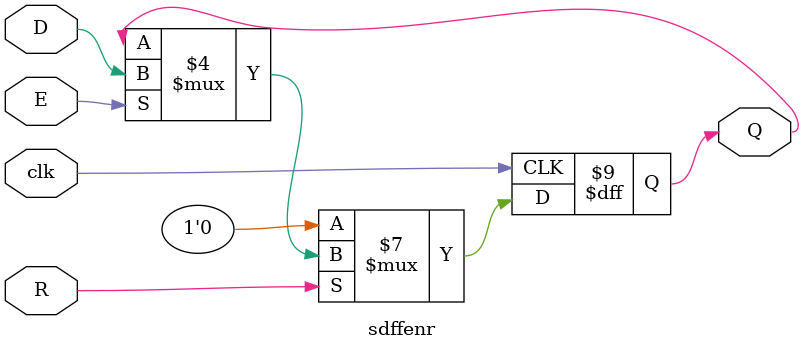
<source format=v>
module sdffenr(D,clk,E,R,Q);
input D;      // Data input 
input clk;    // clock input 
input E;      // enable 
input R;      // reset input 
output reg Q;     // output Q 

always @(negedge clk) 

begin
	if (R == 1'b0) begin // sync. reset active low
            Q <= 1'b0;
	end 
	else if (E == 1'b1) begin
            Q <= D; 
        end
end 
endmodule 

</source>
